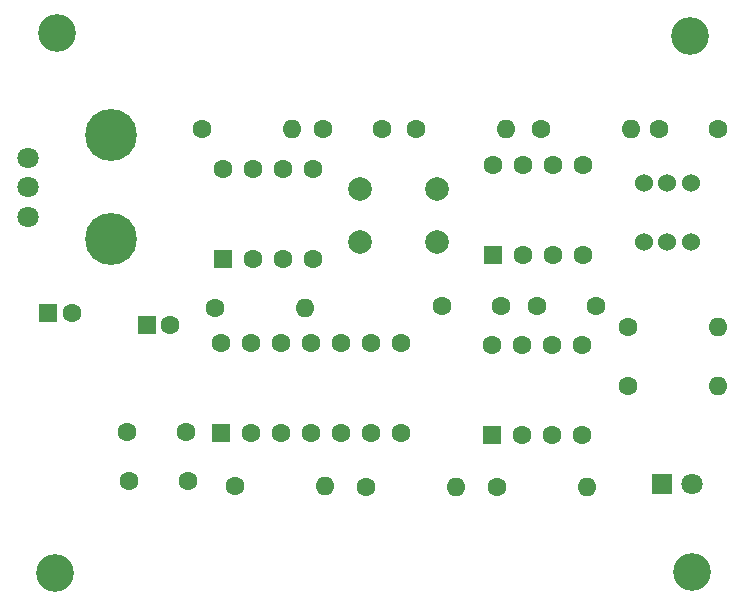
<source format=gbr>
%TF.GenerationSoftware,KiCad,Pcbnew,9.0.1*%
%TF.CreationDate,2025-05-07T15:15:05+02:00*%
%TF.ProjectId,clock-module,636c6f63-6b2d-46d6-9f64-756c652e6b69,rev?*%
%TF.SameCoordinates,Original*%
%TF.FileFunction,Soldermask,Bot*%
%TF.FilePolarity,Negative*%
%FSLAX46Y46*%
G04 Gerber Fmt 4.6, Leading zero omitted, Abs format (unit mm)*
G04 Created by KiCad (PCBNEW 9.0.1) date 2025-05-07 15:15:05*
%MOMM*%
%LPD*%
G01*
G04 APERTURE LIST*
G04 Aperture macros list*
%AMRoundRect*
0 Rectangle with rounded corners*
0 $1 Rounding radius*
0 $2 $3 $4 $5 $6 $7 $8 $9 X,Y pos of 4 corners*
0 Add a 4 corners polygon primitive as box body*
4,1,4,$2,$3,$4,$5,$6,$7,$8,$9,$2,$3,0*
0 Add four circle primitives for the rounded corners*
1,1,$1+$1,$2,$3*
1,1,$1+$1,$4,$5*
1,1,$1+$1,$6,$7*
1,1,$1+$1,$8,$9*
0 Add four rect primitives between the rounded corners*
20,1,$1+$1,$2,$3,$4,$5,0*
20,1,$1+$1,$4,$5,$6,$7,0*
20,1,$1+$1,$6,$7,$8,$9,0*
20,1,$1+$1,$8,$9,$2,$3,0*%
G04 Aperture macros list end*
%ADD10C,1.600000*%
%ADD11O,1.600000X1.600000*%
%ADD12C,1.524000*%
%ADD13R,1.800000X1.800000*%
%ADD14C,1.800000*%
%ADD15C,3.200000*%
%ADD16RoundRect,0.250000X0.550000X-0.550000X0.550000X0.550000X-0.550000X0.550000X-0.550000X-0.550000X0*%
%ADD17C,2.000000*%
%ADD18R,1.600000X1.600000*%
%ADD19C,4.400000*%
G04 APERTURE END LIST*
D10*
%TO.C,R7*%
X140665200Y-99822000D03*
D11*
X148285200Y-99822000D03*
%TD*%
D12*
%TO.C,SW2*%
X153060400Y-79095600D03*
X155060400Y-79095600D03*
X157060400Y-79095600D03*
X153060400Y-74095600D03*
X155060400Y-74095600D03*
X157060400Y-74095600D03*
%TD*%
D13*
%TO.C,D1*%
X154610000Y-99575000D03*
D14*
X157150000Y-99575000D03*
%TD*%
D15*
%TO.C,H1*%
X156972000Y-61620400D03*
%TD*%
D16*
%TO.C,U3*%
X117297200Y-95295800D03*
D10*
X119837200Y-95295800D03*
X122377200Y-95295800D03*
X124917200Y-95295800D03*
X127457200Y-95295800D03*
X129997200Y-95295800D03*
X132537200Y-95295800D03*
X132537200Y-87675800D03*
X129997200Y-87675800D03*
X127457200Y-87675800D03*
X124917200Y-87675800D03*
X122377200Y-87675800D03*
X119837200Y-87675800D03*
X117297200Y-87675800D03*
%TD*%
D15*
%TO.C,H2*%
X103378000Y-61417200D03*
%TD*%
D10*
%TO.C,R1*%
X115671600Y-69494400D03*
D11*
X123291600Y-69494400D03*
%TD*%
D10*
%TO.C,R5*%
X118465600Y-99771200D03*
D11*
X126085600Y-99771200D03*
%TD*%
D16*
%TO.C,U2*%
X140258800Y-80213200D03*
D10*
X142798800Y-80213200D03*
X145338800Y-80213200D03*
X147878800Y-80213200D03*
X147878800Y-72593200D03*
X145338800Y-72593200D03*
X142798800Y-72593200D03*
X140258800Y-72593200D03*
%TD*%
D16*
%TO.C,U1*%
X117386400Y-80552000D03*
D10*
X119926400Y-80552000D03*
X122466400Y-80552000D03*
X125006400Y-80552000D03*
X125006400Y-72932000D03*
X122466400Y-72932000D03*
X119926400Y-72932000D03*
X117386400Y-72932000D03*
%TD*%
D15*
%TO.C,H4*%
X103225600Y-107086400D03*
%TD*%
D10*
%TO.C,C5*%
X135930000Y-84531200D03*
X140930000Y-84531200D03*
%TD*%
D17*
%TO.C,SW1*%
X129033200Y-74610400D03*
X135533200Y-74610400D03*
X129033200Y-79110400D03*
X135533200Y-79110400D03*
%TD*%
D10*
%TO.C,R8*%
X151688800Y-91287600D03*
D11*
X159308800Y-91287600D03*
%TD*%
D10*
%TO.C,C2*%
X114463200Y-99314000D03*
X109463200Y-99314000D03*
%TD*%
D16*
%TO.C,U4*%
X140208000Y-95448200D03*
D10*
X142748000Y-95448200D03*
X145288000Y-95448200D03*
X147828000Y-95448200D03*
X147828000Y-87828200D03*
X145288000Y-87828200D03*
X142748000Y-87828200D03*
X140208000Y-87828200D03*
%TD*%
D18*
%TO.C,C7*%
X110979200Y-86106000D03*
D10*
X112979200Y-86106000D03*
%TD*%
D15*
%TO.C,H3*%
X157124400Y-107035600D03*
%TD*%
D10*
%TO.C,C4*%
X125922400Y-69545200D03*
X130922400Y-69545200D03*
%TD*%
%TO.C,C3*%
X114299199Y-95208800D03*
X109299199Y-95208800D03*
%TD*%
D18*
%TO.C,C1*%
X102648000Y-85090000D03*
D10*
X104648000Y-85090000D03*
%TD*%
%TO.C,R9*%
X151688800Y-86309200D03*
D11*
X159308800Y-86309200D03*
%TD*%
D10*
%TO.C,C6*%
X144018000Y-84531200D03*
X149018000Y-84531200D03*
%TD*%
D14*
%TO.C,RV1*%
X100950000Y-76953200D03*
X100950000Y-74453200D03*
X100950000Y-71953200D03*
D19*
X107950000Y-70053200D03*
X107950000Y-78853200D03*
%TD*%
D10*
%TO.C,R3*%
X144311800Y-69541000D03*
D11*
X151931800Y-69541000D03*
%TD*%
D10*
%TO.C,R2*%
X133796200Y-69490200D03*
D11*
X141416200Y-69490200D03*
%TD*%
D10*
%TO.C,C8*%
X154350000Y-69500000D03*
X159350000Y-69500000D03*
%TD*%
%TO.C,R6*%
X129540000Y-99822000D03*
D11*
X137160000Y-99822000D03*
%TD*%
D10*
%TO.C,R4*%
X116789200Y-84683600D03*
D11*
X124409200Y-84683600D03*
%TD*%
M02*

</source>
